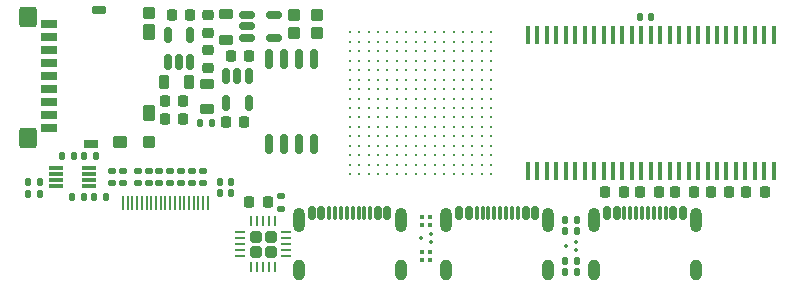
<source format=gtp>
%TF.GenerationSoftware,KiCad,Pcbnew,9.0.3*%
%TF.CreationDate,2025-07-23T11:06:21+02:00*%
%TF.ProjectId,icepi-zero,69636570-692d-47a6-9572-6f2e6b696361,v1.3*%
%TF.SameCoordinates,Original*%
%TF.FileFunction,Paste,Top*%
%TF.FilePolarity,Positive*%
%FSLAX46Y46*%
G04 Gerber Fmt 4.6, Leading zero omitted, Abs format (unit mm)*
G04 Created by KiCad (PCBNEW 9.0.3) date 2025-07-23 11:06:21*
%MOMM*%
%LPD*%
G01*
G04 APERTURE LIST*
G04 Aperture macros list*
%AMRoundRect*
0 Rectangle with rounded corners*
0 $1 Rounding radius*
0 $2 $3 $4 $5 $6 $7 $8 $9 X,Y pos of 4 corners*
0 Add a 4 corners polygon primitive as box body*
4,1,4,$2,$3,$4,$5,$6,$7,$8,$9,$2,$3,0*
0 Add four circle primitives for the rounded corners*
1,1,$1+$1,$2,$3*
1,1,$1+$1,$4,$5*
1,1,$1+$1,$6,$7*
1,1,$1+$1,$8,$9*
0 Add four rect primitives between the rounded corners*
20,1,$1+$1,$2,$3,$4,$5,0*
20,1,$1+$1,$4,$5,$6,$7,0*
20,1,$1+$1,$6,$7,$8,$9,0*
20,1,$1+$1,$8,$9,$2,$3,0*%
G04 Aperture macros list end*
%ADD10RoundRect,0.140000X-0.170000X0.140000X-0.170000X-0.140000X0.170000X-0.140000X0.170000X0.140000X0*%
%ADD11RoundRect,0.225000X0.225000X0.250000X-0.225000X0.250000X-0.225000X-0.250000X0.225000X-0.250000X0*%
%ADD12RoundRect,0.135000X-0.135000X-0.185000X0.135000X-0.185000X0.135000X0.185000X-0.135000X0.185000X0*%
%ADD13RoundRect,0.140000X-0.140000X-0.170000X0.140000X-0.170000X0.140000X0.170000X-0.140000X0.170000X0*%
%ADD14RoundRect,0.150000X-0.512500X-0.150000X0.512500X-0.150000X0.512500X0.150000X-0.512500X0.150000X0*%
%ADD15RoundRect,0.075000X-0.550000X-0.075000X0.550000X-0.075000X0.550000X0.075000X-0.550000X0.075000X0*%
%ADD16RoundRect,0.218750X-0.218750X-0.256250X0.218750X-0.256250X0.218750X0.256250X-0.218750X0.256250X0*%
%ADD17RoundRect,0.150000X-0.150000X-0.425000X0.150000X-0.425000X0.150000X0.425000X-0.150000X0.425000X0*%
%ADD18RoundRect,0.075000X-0.075000X-0.500000X0.075000X-0.500000X0.075000X0.500000X-0.075000X0.500000X0*%
%ADD19O,1.000000X2.100000*%
%ADD20O,1.000000X1.800000*%
%ADD21RoundRect,0.135000X0.185000X-0.135000X0.185000X0.135000X-0.185000X0.135000X-0.185000X-0.135000X0*%
%ADD22RoundRect,0.135000X0.135000X0.185000X-0.135000X0.185000X-0.135000X-0.185000X0.135000X-0.185000X0*%
%ADD23RoundRect,0.079500X-0.079500X-0.100500X0.079500X-0.100500X0.079500X0.100500X-0.079500X0.100500X0*%
%ADD24RoundRect,0.140000X0.140000X0.170000X-0.140000X0.170000X-0.140000X-0.170000X0.140000X-0.170000X0*%
%ADD25RoundRect,0.075000X0.075000X-0.075000X0.075000X0.075000X-0.075000X0.075000X-0.075000X-0.075000X0*%
%ADD26RoundRect,0.079500X-0.100500X0.079500X-0.100500X-0.079500X0.100500X-0.079500X0.100500X0.079500X0*%
%ADD27C,0.320000*%
%ADD28R,0.458000X1.510000*%
%ADD29RoundRect,0.225000X-0.250000X0.225000X-0.250000X-0.225000X0.250000X-0.225000X0.250000X0.225000X0*%
%ADD30RoundRect,0.150000X-0.150000X0.512500X-0.150000X-0.512500X0.150000X-0.512500X0.150000X0.512500X0*%
%ADD31RoundRect,0.250000X-0.300000X-0.250000X0.300000X-0.250000X0.300000X0.250000X-0.300000X0.250000X0*%
%ADD32R,0.210000X1.200000*%
%ADD33RoundRect,0.225000X-0.225000X-0.250000X0.225000X-0.250000X0.225000X0.250000X-0.225000X0.250000X0*%
%ADD34RoundRect,0.150000X0.150000X-0.512500X0.150000X0.512500X-0.150000X0.512500X-0.150000X-0.512500X0*%
%ADD35RoundRect,0.218750X-0.218750X-0.381250X0.218750X-0.381250X0.218750X0.381250X-0.218750X0.381250X0*%
%ADD36RoundRect,0.162500X-0.162500X0.650000X-0.162500X-0.650000X0.162500X-0.650000X0.162500X0.650000X0*%
%ADD37RoundRect,0.218750X0.381250X-0.218750X0.381250X0.218750X-0.381250X0.218750X-0.381250X-0.218750X0*%
%ADD38RoundRect,0.218750X-0.381250X0.218750X-0.381250X-0.218750X0.381250X-0.218750X0.381250X0.218750X0*%
%ADD39RoundRect,0.250000X0.255000X-0.255000X0.255000X0.255000X-0.255000X0.255000X-0.255000X-0.255000X0*%
%ADD40RoundRect,0.062500X0.062500X-0.350000X0.062500X0.350000X-0.062500X0.350000X-0.062500X-0.350000X0*%
%ADD41RoundRect,0.062500X0.350000X-0.062500X0.350000X0.062500X-0.350000X0.062500X-0.350000X-0.062500X0*%
%ADD42RoundRect,0.112500X-0.562500X0.262500X-0.562500X-0.262500X0.562500X-0.262500X0.562500X0.262500X0*%
%ADD43RoundRect,0.153750X-0.421250X0.358750X-0.421250X-0.358750X0.421250X-0.358750X0.421250X0.358750X0*%
%ADD44RoundRect,0.092250X-0.507750X0.215250X-0.507750X-0.215250X0.507750X-0.215250X0.507750X0.215250X0*%
%ADD45RoundRect,0.157500X-0.367500X0.380000X-0.367500X-0.380000X0.367500X-0.380000X0.367500X0.380000X0*%
%ADD46RoundRect,0.225000X-0.525000X0.625000X-0.525000X-0.625000X0.525000X-0.625000X0.525000X0.625000X0*%
%ADD47RoundRect,0.157500X-0.367500X0.542500X-0.367500X-0.542500X0.367500X-0.542500X0.367500X0.542500X0*%
%ADD48RoundRect,0.108750X-0.491250X0.253750X-0.491250X-0.253750X0.491250X-0.253750X0.491250X0.253750X0*%
G04 APERTURE END LIST*
D10*
%TO.C,C31*%
X131570000Y-110520000D03*
X131570000Y-111480000D03*
%TD*%
%TO.C,C35*%
X127890000Y-110520000D03*
X127890000Y-111480000D03*
%TD*%
D11*
%TO.C,C5*%
X129875000Y-104570000D03*
X128325000Y-104570000D03*
%TD*%
%TO.C,C6*%
X129875000Y-106100000D03*
X128325000Y-106100000D03*
%TD*%
D12*
%TO.C,R27*%
X162240000Y-115575000D03*
X163260000Y-115575000D03*
%TD*%
D13*
%TO.C,C44*%
X168580000Y-97470000D03*
X169540000Y-97470000D03*
%TD*%
D14*
%TO.C,U4*%
X135302500Y-97292500D03*
X135302500Y-98242500D03*
X135302500Y-99192500D03*
X137577500Y-99192500D03*
X137577500Y-97292500D03*
%TD*%
D15*
%TO.C,U5*%
X119100000Y-110225000D03*
X119100000Y-110725000D03*
X119100000Y-111225000D03*
X119100000Y-111725000D03*
X121900000Y-111725000D03*
X121900000Y-111225000D03*
X121900000Y-110725000D03*
X121900000Y-110225000D03*
%TD*%
D16*
%TO.C,D3*%
X174572500Y-112240000D03*
X176147500Y-112240000D03*
%TD*%
D17*
%TO.C,J4*%
X165800000Y-114070000D03*
X166600000Y-114070000D03*
D18*
X167750000Y-114070000D03*
X168750000Y-114070000D03*
X169250000Y-114070000D03*
X170250000Y-114070000D03*
D17*
X171400000Y-114070000D03*
X172200000Y-114070000D03*
X172200000Y-114070000D03*
X171400000Y-114070000D03*
D18*
X170750000Y-114070000D03*
X169750000Y-114070000D03*
X168250000Y-114070000D03*
X167250000Y-114070000D03*
D17*
X166600000Y-114070000D03*
X165800000Y-114070000D03*
D19*
X164680000Y-114645000D03*
D20*
X164680000Y-118825000D03*
D19*
X173320000Y-114645000D03*
D20*
X173320000Y-118825000D03*
%TD*%
D16*
%TO.C,D8*%
X135475000Y-113130000D03*
X137050000Y-113130000D03*
%TD*%
D21*
%TO.C,R12*%
X126040000Y-111510000D03*
X126040000Y-110490000D03*
%TD*%
D22*
%TO.C,R16*%
X121550000Y-112700000D03*
X120530000Y-112700000D03*
%TD*%
D12*
%TO.C,R18*%
X116740000Y-112400000D03*
X117760000Y-112400000D03*
%TD*%
D23*
%TO.C,R33*%
X150130000Y-118025000D03*
X150820000Y-118025000D03*
%TD*%
D22*
%TO.C,R8*%
X132360000Y-106420000D03*
X131340000Y-106420000D03*
%TD*%
D16*
%TO.C,D4*%
X168585000Y-112260000D03*
X170160000Y-112260000D03*
%TD*%
D24*
%TO.C,C30*%
X133980000Y-111430000D03*
X133020000Y-111430000D03*
%TD*%
D25*
%TO.C,U9*%
X150892500Y-116532500D03*
X150892500Y-115832500D03*
X150042500Y-116182500D03*
%TD*%
D17*
%TO.C,J5*%
X153300000Y-114070000D03*
X154100000Y-114070000D03*
D18*
X155250000Y-114070000D03*
X156250000Y-114070000D03*
X156750000Y-114070000D03*
X157750000Y-114070000D03*
D17*
X158900000Y-114070000D03*
X159700000Y-114070000D03*
X159700000Y-114070000D03*
X158900000Y-114070000D03*
D18*
X158250000Y-114070000D03*
X157250000Y-114070000D03*
X155750000Y-114070000D03*
X154750000Y-114070000D03*
D17*
X154100000Y-114070000D03*
X153300000Y-114070000D03*
D19*
X152180000Y-114645000D03*
D20*
X152180000Y-118825000D03*
D19*
X160820000Y-114645000D03*
D20*
X160820000Y-118825000D03*
%TD*%
D10*
%TO.C,C32*%
X130650000Y-110520000D03*
X130650000Y-111480000D03*
%TD*%
D26*
%TO.C,R38*%
X150830000Y-114345000D03*
X150830000Y-115035000D03*
%TD*%
D11*
%TO.C,C17*%
X135510000Y-100770000D03*
X133960000Y-100770000D03*
%TD*%
D21*
%TO.C,R28*%
X138210000Y-113660000D03*
X138210000Y-112640000D03*
%TD*%
D11*
%TO.C,C4*%
X130525000Y-97300000D03*
X128975000Y-97300000D03*
%TD*%
D10*
%TO.C,C34*%
X128810000Y-110520000D03*
X128810000Y-111480000D03*
%TD*%
D27*
%TO.C,U1*%
X156000000Y-98750000D03*
X156000000Y-99550000D03*
X156000000Y-100350000D03*
X156000000Y-101150000D03*
X156000000Y-101950000D03*
X156000000Y-102750000D03*
X156000000Y-103550000D03*
X156000000Y-104350000D03*
X156000000Y-105150000D03*
X156000000Y-105950000D03*
X156000000Y-106750000D03*
X156000000Y-107550000D03*
X156000000Y-108350000D03*
X156000000Y-109150000D03*
X156000000Y-109950000D03*
X156000000Y-110750000D03*
X155200000Y-98750000D03*
X155200000Y-99550000D03*
X155200000Y-100350000D03*
X155200000Y-101150000D03*
X155200000Y-101950000D03*
X155200000Y-102750000D03*
X155200000Y-103550000D03*
X155200000Y-104350000D03*
X155200000Y-105150000D03*
X155200000Y-105950000D03*
X155200000Y-106750000D03*
X155200000Y-107550000D03*
X155200000Y-108350000D03*
X155200000Y-109150000D03*
X155200000Y-109950000D03*
X155200000Y-110750000D03*
X154400000Y-98750000D03*
X154400000Y-99550000D03*
X154400000Y-100350000D03*
X154400000Y-101150000D03*
X154400000Y-101950000D03*
X154400000Y-102750000D03*
X154400000Y-103550000D03*
X154400000Y-104350000D03*
X154400000Y-105150000D03*
X154400000Y-105950000D03*
X154400000Y-106750000D03*
X154400000Y-107550000D03*
X154400000Y-108350000D03*
X154400000Y-109150000D03*
X154400000Y-109950000D03*
X154400000Y-110750000D03*
X153600000Y-98750000D03*
X153600000Y-99550000D03*
X153600000Y-100350000D03*
X153600000Y-101150000D03*
X153600000Y-101950000D03*
X153600000Y-102750000D03*
X153600000Y-103550000D03*
X153600000Y-104350000D03*
X153600000Y-105150000D03*
X153600000Y-105950000D03*
X153600000Y-106750000D03*
X153600000Y-107550000D03*
X153600000Y-108350000D03*
X153600000Y-109150000D03*
X153600000Y-109950000D03*
X153600000Y-110750000D03*
X152800000Y-98750000D03*
X152800000Y-99550000D03*
X152800000Y-100350000D03*
X152800000Y-101150000D03*
X152800000Y-101950000D03*
X152800000Y-102750000D03*
X152800000Y-103550000D03*
X152800000Y-104350000D03*
X152800000Y-105150000D03*
X152800000Y-105950000D03*
X152800000Y-106750000D03*
X152800000Y-107550000D03*
X152800000Y-108350000D03*
X152800000Y-109150000D03*
X152800000Y-109950000D03*
X152800000Y-110750000D03*
X152000000Y-98750000D03*
X152000000Y-99550000D03*
X152000000Y-100350000D03*
X152000000Y-101150000D03*
X152000000Y-101950000D03*
X152000000Y-102750000D03*
X152000000Y-103550000D03*
X152000000Y-104350000D03*
X152000000Y-105150000D03*
X152000000Y-105950000D03*
X152000000Y-106750000D03*
X152000000Y-107550000D03*
X152000000Y-108350000D03*
X152000000Y-109150000D03*
X152000000Y-109950000D03*
X152000000Y-110750000D03*
X151200000Y-98750000D03*
X151200000Y-99550000D03*
X151200000Y-100350000D03*
X151200000Y-101150000D03*
X151200000Y-101950000D03*
X151200000Y-102750000D03*
X151200000Y-103550000D03*
X151200000Y-104350000D03*
X151200000Y-105150000D03*
X151200000Y-105950000D03*
X151200000Y-106750000D03*
X151200000Y-107550000D03*
X151200000Y-108350000D03*
X151200000Y-109150000D03*
X151200000Y-109950000D03*
X151200000Y-110750000D03*
X150400000Y-98750000D03*
X150400000Y-99550000D03*
X150400000Y-100350000D03*
X150400000Y-101150000D03*
X150400000Y-101950000D03*
X150400000Y-102750000D03*
X150400000Y-103550000D03*
X150400000Y-104350000D03*
X150400000Y-105150000D03*
X150400000Y-105950000D03*
X150400000Y-106750000D03*
X150400000Y-107550000D03*
X150400000Y-108350000D03*
X150400000Y-109150000D03*
X150400000Y-109950000D03*
X150400000Y-110750000D03*
X149600000Y-98750000D03*
X149600000Y-99550000D03*
X149600000Y-100350000D03*
X149600000Y-101150000D03*
X149600000Y-101950000D03*
X149600000Y-102750000D03*
X149600000Y-103550000D03*
X149600000Y-104350000D03*
X149600000Y-105150000D03*
X149600000Y-105950000D03*
X149600000Y-106750000D03*
X149600000Y-107550000D03*
X149600000Y-108350000D03*
X149600000Y-109150000D03*
X149600000Y-109950000D03*
X149600000Y-110750000D03*
X148800000Y-98750000D03*
X148800000Y-99550000D03*
X148800000Y-100350000D03*
X148800000Y-101150000D03*
X148800000Y-101950000D03*
X148800000Y-102750000D03*
X148800000Y-103550000D03*
X148800000Y-104350000D03*
X148800000Y-105150000D03*
X148800000Y-105950000D03*
X148800000Y-106750000D03*
X148800000Y-107550000D03*
X148800000Y-108350000D03*
X148800000Y-109150000D03*
X148800000Y-109950000D03*
X148800000Y-110750000D03*
X148000000Y-98750000D03*
X148000000Y-99550000D03*
X148000000Y-100350000D03*
X148000000Y-101150000D03*
X148000000Y-101950000D03*
X148000000Y-102750000D03*
X148000000Y-103550000D03*
X148000000Y-104350000D03*
X148000000Y-105150000D03*
X148000000Y-105950000D03*
X148000000Y-106750000D03*
X148000000Y-107550000D03*
X148000000Y-108350000D03*
X148000000Y-109150000D03*
X148000000Y-109950000D03*
X148000000Y-110750000D03*
X147200000Y-98750000D03*
X147200000Y-99550000D03*
X147200000Y-100350000D03*
X147200000Y-101150000D03*
X147200000Y-101950000D03*
X147200000Y-102750000D03*
X147200000Y-103550000D03*
X147200000Y-104350000D03*
X147200000Y-105150000D03*
X147200000Y-105950000D03*
X147200000Y-106750000D03*
X147200000Y-107550000D03*
X147200000Y-108350000D03*
X147200000Y-109150000D03*
X147200000Y-109950000D03*
X147200000Y-110750000D03*
X146400000Y-98750000D03*
X146400000Y-99550000D03*
X146400000Y-100350000D03*
X146400000Y-101150000D03*
X146400000Y-101950000D03*
X146400000Y-102750000D03*
X146400000Y-103550000D03*
X146400000Y-104350000D03*
X146400000Y-105150000D03*
X146400000Y-105950000D03*
X146400000Y-106750000D03*
X146400000Y-107550000D03*
X146400000Y-108350000D03*
X146400000Y-109150000D03*
X146400000Y-109950000D03*
X146400000Y-110750000D03*
X145600000Y-98750000D03*
X145600000Y-99550000D03*
X145600000Y-100350000D03*
X145600000Y-101150000D03*
X145600000Y-101950000D03*
X145600000Y-102750000D03*
X145600000Y-103550000D03*
X145600000Y-104350000D03*
X145600000Y-105150000D03*
X145600000Y-105950000D03*
X145600000Y-106750000D03*
X145600000Y-107550000D03*
X145600000Y-108350000D03*
X145600000Y-109150000D03*
X145600000Y-109950000D03*
X145600000Y-110750000D03*
X144800000Y-98750000D03*
X144800000Y-99550000D03*
X144800000Y-100350000D03*
X144800000Y-101150000D03*
X144800000Y-101950000D03*
X144800000Y-102750000D03*
X144800000Y-103550000D03*
X144800000Y-104350000D03*
X144800000Y-105150000D03*
X144800000Y-105950000D03*
X144800000Y-106750000D03*
X144800000Y-107550000D03*
X144800000Y-108350000D03*
X144800000Y-109150000D03*
X144800000Y-109950000D03*
X144800000Y-110750000D03*
X144000000Y-98750000D03*
X144000000Y-99550000D03*
X144000000Y-100350000D03*
X144000000Y-101150000D03*
X144000000Y-101950000D03*
X144000000Y-102750000D03*
X144000000Y-103550000D03*
X144000000Y-104350000D03*
X144000000Y-105150000D03*
X144000000Y-105950000D03*
X144000000Y-106750000D03*
X144000000Y-107550000D03*
X144000000Y-108350000D03*
X144000000Y-109150000D03*
X144000000Y-109950000D03*
X144000000Y-110750000D03*
%TD*%
D28*
%TO.C,U10*%
X159100000Y-110500000D03*
X159900000Y-110500000D03*
X160700000Y-110500000D03*
X161500000Y-110500000D03*
X162300000Y-110500000D03*
X163100000Y-110500000D03*
X163900000Y-110500000D03*
X164700000Y-110500000D03*
X165500000Y-110500000D03*
X166300000Y-110500000D03*
X167100000Y-110500000D03*
X167900000Y-110500000D03*
X168700000Y-110500000D03*
X169500000Y-110500000D03*
X170300000Y-110500000D03*
X171100000Y-110500000D03*
X171900000Y-110500000D03*
X172700000Y-110500000D03*
X173500000Y-110500000D03*
X174300000Y-110500000D03*
X175100000Y-110500000D03*
X175900000Y-110500000D03*
X176700000Y-110500000D03*
X177500000Y-110500000D03*
X178300000Y-110500000D03*
X179100000Y-110500000D03*
X179900000Y-110500000D03*
X179900000Y-99000000D03*
X179100000Y-99000000D03*
X178300000Y-99000000D03*
X177500000Y-99000000D03*
X176700000Y-99000000D03*
X175900000Y-99000000D03*
X175100000Y-99000000D03*
X174300000Y-99000000D03*
X173500000Y-99000000D03*
X172700000Y-99000000D03*
X171900000Y-99000000D03*
X171100000Y-99000000D03*
X170300000Y-99000000D03*
X169500000Y-99000000D03*
X168700000Y-99000000D03*
X167900000Y-99000000D03*
X167100000Y-99000000D03*
X166300000Y-99000000D03*
X165500000Y-99000000D03*
X164700000Y-99000000D03*
X163900000Y-99000000D03*
X163100000Y-99000000D03*
X162300000Y-99000000D03*
X161500000Y-99000000D03*
X160700000Y-99000000D03*
X159900000Y-99000000D03*
X159100000Y-99000000D03*
%TD*%
D29*
%TO.C,C23*%
X131970000Y-100200000D03*
X131970000Y-101750000D03*
%TD*%
D16*
%TO.C,D2*%
X171572500Y-112240000D03*
X173147500Y-112240000D03*
%TD*%
D30*
%TO.C,U3*%
X135440000Y-102430000D03*
X134490000Y-102430000D03*
X133540000Y-102430000D03*
X133540000Y-104705000D03*
X135440000Y-104705000D03*
%TD*%
D31*
%TO.C,Y1*%
X139300000Y-98800000D03*
X141200000Y-98800000D03*
X141200000Y-97300000D03*
X139300000Y-97300000D03*
%TD*%
D10*
%TO.C,C33*%
X129730000Y-110520000D03*
X129730000Y-111480000D03*
%TD*%
D12*
%TO.C,R35*%
X162240000Y-118130000D03*
X163260000Y-118130000D03*
%TD*%
D25*
%TO.C,U8*%
X163175000Y-117200000D03*
X163175000Y-116500000D03*
X162325000Y-116850000D03*
%TD*%
D26*
%TO.C,R40*%
X150130000Y-114345000D03*
X150130000Y-115035000D03*
%TD*%
D22*
%TO.C,R15*%
X122510000Y-109225000D03*
X121490000Y-109225000D03*
%TD*%
D12*
%TO.C,R17*%
X122390000Y-112700000D03*
X123410000Y-112700000D03*
%TD*%
D17*
%TO.C,J3*%
X140800000Y-114070000D03*
X141600000Y-114070000D03*
D18*
X142750000Y-114070000D03*
X143750000Y-114070000D03*
X144250000Y-114070000D03*
X145250000Y-114070000D03*
D17*
X146400000Y-114070000D03*
X147200000Y-114070000D03*
X147200000Y-114070000D03*
X146400000Y-114070000D03*
D18*
X145750000Y-114070000D03*
X144750000Y-114070000D03*
X143250000Y-114070000D03*
X142250000Y-114070000D03*
D17*
X141600000Y-114070000D03*
X140800000Y-114070000D03*
D19*
X139680000Y-114645000D03*
D20*
X139680000Y-118825000D03*
D19*
X148320000Y-114645000D03*
D20*
X148320000Y-118825000D03*
%TD*%
D32*
%TO.C,J2*%
X132000000Y-113200000D03*
X131600000Y-113200000D03*
X131200000Y-113200000D03*
X130800000Y-113200000D03*
X130400000Y-113200000D03*
X130000000Y-113200000D03*
X129600000Y-113200000D03*
X129200000Y-113200000D03*
X128800000Y-113200000D03*
X128400000Y-113200000D03*
X128000000Y-113200000D03*
X127600000Y-113200000D03*
X127200000Y-113200000D03*
X126800000Y-113200000D03*
X126400000Y-113200000D03*
X126000000Y-113200000D03*
X125600000Y-113200000D03*
X125200000Y-113200000D03*
X124800000Y-113200000D03*
%TD*%
D24*
%TO.C,C29*%
X133980000Y-112350000D03*
X133020000Y-112350000D03*
%TD*%
D10*
%TO.C,C36*%
X126970000Y-110520000D03*
X126970000Y-111480000D03*
%TD*%
D21*
%TO.C,R13*%
X124825000Y-111510000D03*
X124825000Y-110490000D03*
%TD*%
D16*
%TO.C,D5*%
X177562500Y-112250000D03*
X179137500Y-112250000D03*
%TD*%
D21*
%TO.C,R14*%
X123875000Y-111510000D03*
X123875000Y-110490000D03*
%TD*%
D23*
%TO.C,R30*%
X150130000Y-117325000D03*
X150820000Y-117325000D03*
%TD*%
D29*
%TO.C,C24*%
X131965000Y-97245000D03*
X131965000Y-98795000D03*
%TD*%
D33*
%TO.C,C18*%
X133495000Y-106350000D03*
X135045000Y-106350000D03*
%TD*%
D34*
%TO.C,U2*%
X128590000Y-101225000D03*
X129540000Y-101225000D03*
X130490000Y-101225000D03*
X130490000Y-98950000D03*
X128590000Y-98950000D03*
%TD*%
D35*
%TO.C,L1*%
X128267500Y-102980000D03*
X130392500Y-102980000D03*
%TD*%
D12*
%TO.C,R26*%
X162240000Y-114635000D03*
X163260000Y-114635000D03*
%TD*%
D36*
%TO.C,U11*%
X140995000Y-101012500D03*
X139725000Y-101012500D03*
X138455000Y-101012500D03*
X137185000Y-101012500D03*
X137185000Y-108187500D03*
X138455000Y-108187500D03*
X139725000Y-108187500D03*
X140995000Y-108187500D03*
%TD*%
D37*
%TO.C,L3*%
X133545000Y-99352500D03*
X133545000Y-97227500D03*
%TD*%
D16*
%TO.C,D1*%
X165630000Y-112240000D03*
X167205000Y-112240000D03*
%TD*%
D38*
%TO.C,L2*%
X131940000Y-103137500D03*
X131940000Y-105262500D03*
%TD*%
D39*
%TO.C,U6*%
X136055000Y-117305000D03*
X137305000Y-117305000D03*
X136055000Y-116055000D03*
X137305000Y-116055000D03*
D40*
X135680000Y-118617500D03*
X136180000Y-118617500D03*
X136680000Y-118617500D03*
X137180000Y-118617500D03*
X137680000Y-118617500D03*
D41*
X138617500Y-117680000D03*
X138617500Y-117180000D03*
X138617500Y-116680000D03*
X138617500Y-116180000D03*
X138617500Y-115680000D03*
D40*
X137680000Y-114742500D03*
X137180000Y-114742500D03*
X136680000Y-114742500D03*
X136180000Y-114742500D03*
X135680000Y-114742500D03*
D41*
X134742500Y-115680000D03*
X134742500Y-116180000D03*
X134742500Y-116680000D03*
X134742500Y-117180000D03*
X134742500Y-117680000D03*
%TD*%
D12*
%TO.C,R39*%
X162240000Y-119075000D03*
X163260000Y-119075000D03*
%TD*%
D42*
%TO.C,J6*%
X118520000Y-105750000D03*
X118520000Y-104650000D03*
X118520000Y-103550000D03*
X118520000Y-102450000D03*
X118520000Y-101350000D03*
X118520000Y-100250000D03*
X118520000Y-99150000D03*
X118520000Y-98050000D03*
D43*
X124575000Y-108012500D03*
D42*
X118520000Y-106850000D03*
D44*
X122800000Y-96882500D03*
D45*
X127025000Y-97112500D03*
D46*
X116750000Y-97425000D03*
D47*
X127025000Y-98750000D03*
X127025000Y-105550000D03*
D46*
X116750000Y-107675000D03*
D45*
X127025000Y-107987500D03*
D48*
X122100000Y-108162500D03*
%TD*%
D12*
%TO.C,R19*%
X116740000Y-111440000D03*
X117760000Y-111440000D03*
%TD*%
D24*
%TO.C,C37*%
X120630000Y-109225000D03*
X119670000Y-109225000D03*
%TD*%
M02*

</source>
